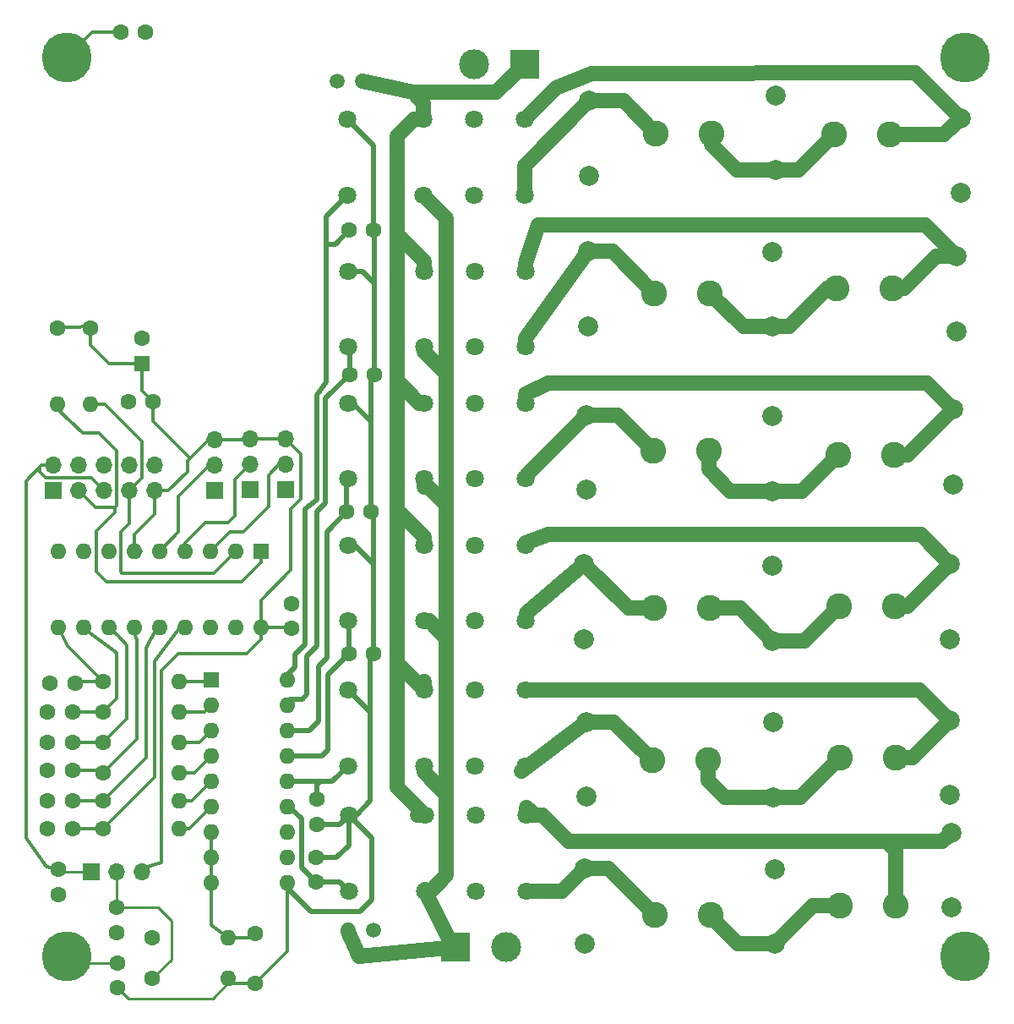
<source format=gbr>
G04 #@! TF.FileFunction,Copper,L2,Bot,Signal*
%FSLAX46Y46*%
G04 Gerber Fmt 4.6, Leading zero omitted, Abs format (unit mm)*
G04 Created by KiCad (PCBNEW 4.0.7) date 07/02/19 23:07:16*
%MOMM*%
%LPD*%
G01*
G04 APERTURE LIST*
%ADD10C,0.100000*%
%ADD11C,2.600000*%
%ADD12C,1.500000*%
%ADD13R,3.000000X3.000000*%
%ADD14C,3.000000*%
%ADD15C,5.000000*%
%ADD16C,2.000000*%
%ADD17C,1.800000*%
%ADD18R,1.600000X1.600000*%
%ADD19O,1.600000X1.600000*%
%ADD20C,1.600000*%
%ADD21R,1.700000X1.700000*%
%ADD22O,1.700000X1.700000*%
%ADD23C,1.500000*%
%ADD24C,0.350000*%
%ADD25C,0.500000*%
%ADD26C,0.250000*%
G04 APERTURE END LIST*
D10*
D11*
X122148600Y-68122800D03*
X127748600Y-68122800D03*
X103670100Y-115366800D03*
X109270100Y-115366800D03*
D12*
X74587100Y-47317700D03*
X72047100Y-47317700D03*
D13*
X90906600Y-45643800D03*
D14*
X85826600Y-45643800D03*
D12*
X73190100Y-132323800D03*
X75730100Y-132323800D03*
D13*
X83921600Y-134035800D03*
D14*
X89001600Y-134035800D03*
D15*
X45000000Y-135000000D03*
X135000000Y-135000000D03*
X135000000Y-45000000D03*
X45000000Y-45000000D03*
D11*
X103860600Y-100126800D03*
X109460600Y-100126800D03*
X103936800Y-130860800D03*
X109536800Y-130860800D03*
X121894600Y-52692300D03*
X127494600Y-52692300D03*
X122250200Y-84734400D03*
X127850200Y-84734400D03*
X122377200Y-99923600D03*
X127977200Y-99923600D03*
X122453400Y-115062000D03*
X128053400Y-115062000D03*
X122428000Y-129921000D03*
X128028000Y-129921000D03*
D16*
X97320100Y-49326800D03*
X97320100Y-56826800D03*
X97193100Y-64376300D03*
X97193100Y-71876300D03*
X97066100Y-80759300D03*
X97066100Y-88259300D03*
X96812100Y-95681800D03*
X96812100Y-103181800D03*
X97066100Y-111493300D03*
X97066100Y-118993300D03*
X96875600Y-126161800D03*
X96875600Y-133661800D03*
X115989100Y-56248300D03*
X115989100Y-48748300D03*
X115671600Y-71932800D03*
X115671600Y-64432800D03*
X115671600Y-88379300D03*
X115671600Y-80879300D03*
X115671600Y-103365300D03*
X115671600Y-95865300D03*
X115735100Y-119049800D03*
X115735100Y-111549800D03*
X115951000Y-133731000D03*
X115951000Y-126231000D03*
X134531100Y-51041300D03*
X134531100Y-58541300D03*
X134162800Y-64897000D03*
X134162800Y-72397000D03*
X133807200Y-80187800D03*
X133807200Y-87687800D03*
X133502400Y-95681800D03*
X133502400Y-103181800D03*
X133477000Y-111328200D03*
X133477000Y-118828200D03*
X133616700Y-122593100D03*
X133616700Y-130093100D03*
D11*
X103987600Y-52565300D03*
X109587600Y-52565300D03*
X103860600Y-68567300D03*
X109460600Y-68567300D03*
X103733600Y-84315300D03*
X109333600Y-84315300D03*
D17*
X80716100Y-51140200D03*
X90876100Y-51140200D03*
X85796100Y-51140200D03*
X85796100Y-58740200D03*
X80716100Y-58740200D03*
X90876100Y-58740200D03*
X73096100Y-51140200D03*
X73096100Y-58740200D03*
X80779600Y-66354800D03*
X90939600Y-66354800D03*
X85859600Y-66354800D03*
X85859600Y-73954800D03*
X80779600Y-73954800D03*
X90939600Y-73954800D03*
X73159600Y-66354800D03*
X73159600Y-73954800D03*
X80779600Y-79562800D03*
X90939600Y-79562800D03*
X85859600Y-79562800D03*
X85859600Y-87162800D03*
X80779600Y-87162800D03*
X90939600Y-87162800D03*
X73159600Y-79562800D03*
X73159600Y-87162800D03*
X80779600Y-93786800D03*
X90939600Y-93786800D03*
X85859600Y-93786800D03*
X85859600Y-101386800D03*
X80779600Y-101386800D03*
X90939600Y-101386800D03*
X73159600Y-93786800D03*
X73159600Y-101386800D03*
X80789760Y-108295280D03*
X90949760Y-108295280D03*
X85869760Y-108295280D03*
X85869760Y-115895280D03*
X80789760Y-115895280D03*
X90949760Y-115895280D03*
X73169760Y-108295280D03*
X73169760Y-115895280D03*
X80845640Y-120812400D03*
X91005640Y-120812400D03*
X85925640Y-120812400D03*
X85925640Y-128412400D03*
X80845640Y-128412400D03*
X91005640Y-128412400D03*
X73225640Y-120812400D03*
X73225640Y-128412400D03*
D18*
X59474100Y-107302300D03*
D19*
X67094100Y-127622300D03*
X59474100Y-109842300D03*
X67094100Y-125082300D03*
X59474100Y-112382300D03*
X67094100Y-122542300D03*
X59474100Y-114922300D03*
X67094100Y-120002300D03*
X59474100Y-117462300D03*
X67094100Y-117462300D03*
X59474100Y-120002300D03*
X67094100Y-114922300D03*
X59474100Y-122542300D03*
X67094100Y-112382300D03*
X59474100Y-125082300D03*
X67094100Y-109842300D03*
X59474100Y-127622300D03*
X67094100Y-107302300D03*
D20*
X73253600Y-62280800D03*
X75753600Y-62280800D03*
X73317100Y-76695300D03*
X75817100Y-76695300D03*
X70078600Y-119240300D03*
X70078600Y-121740300D03*
X69951600Y-127558800D03*
X69951600Y-125058800D03*
X72999600Y-90474800D03*
X75499600Y-90474800D03*
X73253600Y-104698800D03*
X75753600Y-104698800D03*
X51155600Y-79425800D03*
X53655600Y-79425800D03*
X67513200Y-99631500D03*
X67513200Y-102131500D03*
X45821600Y-107619800D03*
X43321600Y-107619800D03*
X50393600Y-42468800D03*
X52893600Y-42468800D03*
X44170600Y-128765300D03*
X44170600Y-126265300D03*
X45567600Y-110540800D03*
X43067600Y-110540800D03*
X45567600Y-113588800D03*
X43067600Y-113588800D03*
X45567600Y-116382800D03*
X43067600Y-116382800D03*
X45567600Y-119430800D03*
X43067600Y-119430800D03*
X45567600Y-122224800D03*
X43067600Y-122224800D03*
X63855600Y-137718800D03*
X63855600Y-132718800D03*
X50012600Y-132575300D03*
X50012600Y-130075300D03*
D21*
X43662600Y-88315800D03*
D22*
X43662600Y-85775800D03*
X46202600Y-88315800D03*
X46202600Y-85775800D03*
X48742600Y-88315800D03*
X48742600Y-85775800D03*
X51282600Y-88315800D03*
X51282600Y-85775800D03*
X53822600Y-88315800D03*
X53822600Y-85775800D03*
D21*
X47409100Y-126479300D03*
D22*
X49949100Y-126479300D03*
X52489100Y-126479300D03*
D21*
X59766200Y-88290400D03*
D22*
X59766200Y-85750400D03*
X59766200Y-83210400D03*
D21*
X63367920Y-88234520D03*
D22*
X63367920Y-85694520D03*
X63367920Y-83154520D03*
D21*
X66918840Y-88265000D03*
D22*
X66918840Y-85725000D03*
X66918840Y-83185000D03*
D20*
X48615600Y-107492800D03*
D19*
X56235600Y-107492800D03*
D20*
X48615600Y-110540800D03*
D19*
X56235600Y-110540800D03*
D20*
X48615600Y-113588800D03*
D19*
X56235600Y-113588800D03*
D20*
X48615600Y-116636800D03*
D19*
X56235600Y-116636800D03*
D20*
X48615600Y-119430800D03*
D19*
X56235600Y-119430800D03*
D20*
X48615600Y-122224800D03*
D19*
X56235600Y-122224800D03*
D20*
X53505100Y-133146800D03*
D19*
X61125100Y-133146800D03*
D20*
X53568600Y-137210800D03*
D19*
X61188600Y-137210800D03*
D20*
X44043600Y-72059800D03*
D19*
X44043600Y-79679800D03*
D20*
X47386240Y-72085200D03*
D19*
X47386240Y-79705200D03*
D18*
X64427100Y-94411800D03*
D19*
X44107100Y-102031800D03*
X61887100Y-94411800D03*
X46647100Y-102031800D03*
X59347100Y-94411800D03*
X49187100Y-102031800D03*
X56807100Y-94411800D03*
X51727100Y-102031800D03*
X54267100Y-94411800D03*
X54267100Y-102031800D03*
X51727100Y-94411800D03*
X56807100Y-102031800D03*
X49187100Y-94411800D03*
X59347100Y-102031800D03*
X46647100Y-94411800D03*
X61887100Y-102031800D03*
X44107100Y-94411800D03*
X64427100Y-102031800D03*
D20*
X50076100Y-135623300D03*
X50076100Y-138123300D03*
D18*
X52552600Y-75615800D03*
D20*
X52552600Y-73115800D03*
D23*
X90876100Y-58740200D02*
X90876100Y-55770800D01*
X90876100Y-55770800D02*
X97320100Y-49326800D01*
X97320100Y-49326800D02*
X100749100Y-49326800D01*
X100749100Y-49326800D02*
X103987600Y-52565300D01*
X90939600Y-73954800D02*
X90939600Y-73068200D01*
X90939600Y-73068200D02*
X97193100Y-64376300D01*
X97193100Y-64376300D02*
X99669600Y-64376300D01*
X99669600Y-64376300D02*
X103860600Y-68567300D01*
D24*
X67284600Y-99451800D02*
X67007100Y-99451800D01*
X63446660Y-88181180D02*
X63510160Y-88117680D01*
X67022980Y-87972900D02*
X67086480Y-88036400D01*
D23*
X90949760Y-115895280D02*
X90497640Y-116441240D01*
X90497640Y-116441240D02*
X97066100Y-111493300D01*
X97066100Y-111493300D02*
X99796600Y-111493300D01*
X99796600Y-111493300D02*
X103670100Y-115366800D01*
X91005640Y-128412400D02*
X94625000Y-128412400D01*
X94625000Y-128412400D02*
X96875600Y-126161800D01*
X96875600Y-126161800D02*
X99237800Y-126161800D01*
X99237800Y-126161800D02*
X103936800Y-130860800D01*
X109333600Y-84315300D02*
X109333600Y-86245000D01*
X111467900Y-88379300D02*
X115671600Y-88379300D01*
X109333600Y-86245000D02*
X111467900Y-88379300D01*
X115671600Y-88379300D02*
X118605300Y-88379300D01*
X118605300Y-88379300D02*
X122250200Y-84734400D01*
X109460600Y-100126800D02*
X112433100Y-100126800D01*
X112433100Y-100126800D02*
X115671600Y-103365300D01*
X115671600Y-103365300D02*
X118935500Y-103365300D01*
X118935500Y-103365300D02*
X122377200Y-99923600D01*
X109270100Y-115366800D02*
X109270100Y-117347300D01*
X110972600Y-119049800D02*
X115735100Y-119049800D01*
X109270100Y-117347300D02*
X110972600Y-119049800D01*
X115735100Y-119049800D02*
X118465600Y-119049800D01*
X118465600Y-119049800D02*
X122453400Y-115062000D01*
X109536800Y-130860800D02*
X109536800Y-131025200D01*
X109536800Y-131025200D02*
X112242600Y-133731000D01*
X112242600Y-133731000D02*
X115951000Y-133731000D01*
X122428000Y-129921000D02*
X119761000Y-129921000D01*
X119761000Y-129921000D02*
X115951000Y-133731000D01*
X83032600Y-76657200D02*
X83032600Y-61056700D01*
X83032600Y-61056700D02*
X80716100Y-58740200D01*
X80845640Y-128412400D02*
X83449140Y-133563340D01*
X83449140Y-133563340D02*
X83921600Y-134035800D01*
X73190100Y-132323800D02*
X73190100Y-132511800D01*
X73190100Y-132511800D02*
X74264520Y-134950200D01*
X74264520Y-134950200D02*
X83921600Y-134035800D01*
X80789760Y-115895280D02*
X80789760Y-116552960D01*
X80789760Y-116552960D02*
X83032600Y-118795800D01*
X80779600Y-101386800D02*
X81308100Y-101386800D01*
X81308100Y-101386800D02*
X83032600Y-103111300D01*
X80779600Y-87162800D02*
X80779600Y-87523300D01*
X80779600Y-87523300D02*
X83032600Y-89776300D01*
X80845640Y-128412400D02*
X81480500Y-128412400D01*
X81480500Y-128412400D02*
X83032600Y-126860300D01*
X83032600Y-76657200D02*
X80779600Y-74404200D01*
X83032600Y-126860300D02*
X83032600Y-118795800D01*
X83032600Y-118795800D02*
X83032600Y-103111300D01*
X83032600Y-103111300D02*
X83032600Y-89776300D01*
X83032600Y-89776300D02*
X83032600Y-76657200D01*
X80779600Y-74404200D02*
X80779600Y-73954800D01*
X80789760Y-115895280D02*
X80911540Y-115895280D01*
X80845640Y-128412400D02*
X80904240Y-128260000D01*
X80789760Y-115895280D02*
X80789760Y-116446280D01*
X80779600Y-101386800D02*
X81295400Y-101386800D01*
X80779600Y-87162800D02*
X80779600Y-87942400D01*
D25*
X70967600Y-63652400D02*
X70967600Y-60868700D01*
X70967600Y-60868700D02*
X73096100Y-58740200D01*
X70967600Y-63652400D02*
X71882000Y-63652400D01*
X70967600Y-77520800D02*
X70967600Y-63652400D01*
X70015100Y-78727300D02*
X70967600Y-77520800D01*
X70015100Y-89268300D02*
X70015100Y-78727300D01*
X68872100Y-90157300D02*
X70015100Y-89268300D01*
X68872100Y-103746300D02*
X68872100Y-90157300D01*
X67856100Y-104762300D02*
X68872100Y-103746300D01*
X67856100Y-106032300D02*
X67856100Y-104762300D01*
X67094100Y-106794300D02*
X67856100Y-106032300D01*
X71882000Y-63652400D02*
X73253600Y-62280800D01*
X67094100Y-107302300D02*
X67094100Y-106794300D01*
X73317100Y-76695300D02*
X73317100Y-74112300D01*
X67360800Y-109220000D02*
X68567300Y-109220000D01*
X68567300Y-109220000D02*
X69062600Y-108724700D01*
X69062600Y-108724700D02*
X69062600Y-104889300D01*
X69062600Y-104889300D02*
X70078600Y-103873300D01*
X70078600Y-103873300D02*
X70078600Y-90411300D01*
X70078600Y-90411300D02*
X70904100Y-89585800D01*
X70904100Y-89585800D02*
X70904100Y-79108300D01*
X70904100Y-79108300D02*
X73317100Y-76695300D01*
X73317100Y-74112300D02*
X73159600Y-73954800D01*
X70396100Y-117462300D02*
X71602740Y-117462300D01*
X71602740Y-117462300D02*
X73169760Y-115895280D01*
X70078600Y-119240300D02*
X70078600Y-117779800D01*
X67094100Y-117462300D02*
X70396100Y-117462300D01*
X70078600Y-117779800D02*
X70396100Y-117462300D01*
X69951600Y-127558800D02*
X72372040Y-127558800D01*
X72372040Y-127558800D02*
X73225640Y-128412400D01*
X67284600Y-120002300D02*
X68491100Y-121208800D01*
X68491100Y-126098300D02*
X69951600Y-127558800D01*
X68491100Y-121208800D02*
X68491100Y-126098300D01*
X67094100Y-120002300D02*
X67284600Y-120002300D01*
X67094100Y-112382300D02*
X69253100Y-112382300D01*
X69253100Y-112382300D02*
X70205600Y-111429800D01*
X70205600Y-111429800D02*
X70205600Y-105905300D01*
X70205600Y-105905300D02*
X71031100Y-105079800D01*
X71031100Y-105079800D02*
X71031100Y-92443300D01*
X71031100Y-92443300D02*
X72999600Y-90474800D01*
X72999600Y-90474800D02*
X72999600Y-87322800D01*
X72999600Y-87322800D02*
X73159600Y-87162800D01*
X67094100Y-114922300D02*
X70523100Y-114922300D01*
X70523100Y-114922300D02*
X71158100Y-114287300D01*
X71158100Y-114287300D02*
X71158100Y-106794300D01*
X71158100Y-106794300D02*
X73253600Y-104698800D01*
X73253600Y-104698800D02*
X73253600Y-101480800D01*
X73253600Y-101480800D02*
X73159600Y-101386800D01*
D23*
X97066100Y-80759300D02*
X100177600Y-80759300D01*
X100177600Y-80759300D02*
X103733600Y-84315300D01*
X90939600Y-87162800D02*
X91117400Y-86708000D01*
X91117400Y-86708000D02*
X97066100Y-80759300D01*
X91033600Y-100634800D02*
X96812100Y-95681800D01*
X103860600Y-100126800D02*
X101257100Y-100126800D01*
X101257100Y-100126800D02*
X96812100Y-95681800D01*
X109587600Y-52565300D02*
X109587600Y-53707600D01*
X109587600Y-53707600D02*
X112128300Y-56248300D01*
X112128300Y-56248300D02*
X115989100Y-56248300D01*
X115989100Y-56248300D02*
X118338600Y-56248300D01*
X118338600Y-56248300D02*
X121894600Y-52692300D01*
X115671600Y-71932800D02*
X117373400Y-71932800D01*
X117373400Y-71932800D02*
X121183400Y-68122800D01*
X121183400Y-68122800D02*
X122148600Y-68122800D01*
X109460600Y-68567300D02*
X109460600Y-68617400D01*
X109460600Y-68617400D02*
X112776000Y-71932800D01*
X112776000Y-71932800D02*
X115671600Y-71932800D01*
X127494600Y-52692300D02*
X132880100Y-52692300D01*
X132880100Y-52692300D02*
X134531100Y-51041300D01*
X90876100Y-51140200D02*
X93990160Y-48028860D01*
X129971800Y-46482000D02*
X134531100Y-51041300D01*
X97566480Y-46548040D02*
X129971800Y-46482000D01*
X93990160Y-48028860D02*
X97566480Y-46548040D01*
X90939600Y-66354800D02*
X90939600Y-65524400D01*
X90939600Y-65524400D02*
X92252800Y-61772800D01*
X92252800Y-61772800D02*
X131038600Y-61772800D01*
X131038600Y-61772800D02*
X134162800Y-64897000D01*
X127748600Y-68122800D02*
X128905000Y-68122800D01*
X128905000Y-68122800D02*
X132130800Y-64897000D01*
X132130800Y-64897000D02*
X134162800Y-64897000D01*
X127850200Y-84734400D02*
X129260600Y-84734400D01*
X129260600Y-84734400D02*
X133807200Y-80187800D01*
X90939600Y-79562800D02*
X90939600Y-78707000D01*
X90939600Y-78707000D02*
X93243400Y-77597000D01*
X93243400Y-77597000D02*
X131216400Y-77597000D01*
X131216400Y-77597000D02*
X133807200Y-80187800D01*
X127977200Y-99923600D02*
X129260600Y-99923600D01*
X129260600Y-99923600D02*
X133502400Y-95681800D01*
X90939600Y-93786800D02*
X90939600Y-93566000D01*
X90939600Y-93566000D02*
X93268800Y-92735400D01*
X93268800Y-92735400D02*
X130556000Y-92735400D01*
X130556000Y-92735400D02*
X133502400Y-95681800D01*
X90949760Y-108295280D02*
X130444080Y-108295280D01*
X130444080Y-108295280D02*
X133477000Y-111328200D01*
X128053400Y-115062000D02*
X129743200Y-115062000D01*
X129743200Y-115062000D02*
X133477000Y-111328200D01*
X128028000Y-129921000D02*
X128028000Y-124383100D01*
X128028000Y-124383100D02*
X127127000Y-123482100D01*
X91005640Y-120812400D02*
X92631100Y-120812400D01*
X132727700Y-123482100D02*
X133616700Y-122593100D01*
X95300800Y-123482100D02*
X127127000Y-123482100D01*
X127127000Y-123482100D02*
X132727700Y-123482100D01*
X92631100Y-120812400D02*
X95300800Y-123482100D01*
X91005640Y-120812400D02*
X91005640Y-120058200D01*
X91005640Y-120058200D02*
X91516200Y-120533160D01*
D24*
X50393600Y-42468800D02*
X47531200Y-42468800D01*
X47531200Y-42468800D02*
X45000000Y-45000000D01*
D23*
X80716100Y-51140200D02*
X80716100Y-49512200D01*
X80716100Y-49512200D02*
X79677300Y-48473400D01*
X74587100Y-47317700D02*
X79677300Y-48473400D01*
X79677300Y-48473400D02*
X87957620Y-48473400D01*
X87957620Y-48473400D02*
X90906600Y-45643800D01*
X80779600Y-66354800D02*
X80779600Y-65361800D01*
X80779600Y-65361800D02*
X78079600Y-62661800D01*
X80779600Y-79562800D02*
X80312100Y-79562800D01*
X80312100Y-79562800D02*
X78079600Y-77330300D01*
X80779600Y-93786800D02*
X80779600Y-92984300D01*
X80779600Y-92984300D02*
X78079600Y-90284300D01*
X78079600Y-105905300D02*
X78399780Y-105905300D01*
X78399780Y-105905300D02*
X80789760Y-108295280D01*
X80716100Y-51140200D02*
X79758700Y-51140200D01*
X79758700Y-51140200D02*
X78079600Y-52819300D01*
X78079600Y-52819300D02*
X78079600Y-62661800D01*
X78079600Y-118046360D02*
X80845640Y-120812400D01*
X78079600Y-62661800D02*
X78079600Y-77330300D01*
X78079600Y-77330300D02*
X78079600Y-90284300D01*
X78079600Y-90284300D02*
X78079600Y-105905300D01*
X78079600Y-105905300D02*
X78079600Y-118046360D01*
X80845640Y-120812400D02*
X80124140Y-120812400D01*
X80779600Y-66354800D02*
X80779600Y-66225400D01*
X80779600Y-79562800D02*
X80578800Y-79562800D01*
X80789760Y-108295280D02*
X80789760Y-107454680D01*
D24*
X48615600Y-107492800D02*
X45948600Y-107492800D01*
X45948600Y-107492800D02*
X45821600Y-107619800D01*
X44107100Y-102031800D02*
X45059600Y-103936800D01*
X45059600Y-103936800D02*
X48615600Y-107492800D01*
X53655600Y-79425800D02*
X53655600Y-81417800D01*
X53655600Y-81417800D02*
X57337960Y-85100160D01*
X52552600Y-75615800D02*
X52552600Y-78322800D01*
X52552600Y-78322800D02*
X53655600Y-79425800D01*
X47386240Y-72085200D02*
X47386240Y-73751440D01*
X49250600Y-75615800D02*
X52552600Y-75615800D01*
X47386240Y-73751440D02*
X49250600Y-75615800D01*
X44043600Y-72059800D02*
X47218600Y-71917560D01*
X47218600Y-71917560D02*
X47386240Y-72085200D01*
X64427100Y-102031800D02*
X64427100Y-99301300D01*
X68427600Y-84693760D02*
X66918840Y-83185000D01*
X68427600Y-89204800D02*
X68427600Y-84693760D01*
X67411600Y-90220800D02*
X68427600Y-89204800D01*
X67411600Y-96316800D02*
X67411600Y-90220800D01*
X64427100Y-99301300D02*
X67411600Y-96316800D01*
X63347600Y-83134200D02*
X63367920Y-83154520D01*
X63367920Y-83154520D02*
X66888360Y-83154520D01*
X66888360Y-83154520D02*
X66918840Y-83185000D01*
X59766200Y-83210400D02*
X63312040Y-83210400D01*
X63312040Y-83210400D02*
X63367920Y-83154520D01*
X53822600Y-88315800D02*
X55158640Y-88315800D01*
X55158640Y-88315800D02*
X57053480Y-86420960D01*
X57053480Y-86420960D02*
X57053480Y-85384640D01*
X57053480Y-85384640D02*
X57337960Y-85100160D01*
X57337960Y-85100160D02*
X59227720Y-83210400D01*
X59227720Y-83210400D02*
X59766200Y-83210400D01*
X51727100Y-94411800D02*
X51727100Y-92753180D01*
X53822600Y-90657680D02*
X53822600Y-88315800D01*
X51727100Y-92753180D02*
X53822600Y-90657680D01*
X64427100Y-102031800D02*
X67413500Y-102031800D01*
X67413500Y-102031800D02*
X67513200Y-102131500D01*
X51727100Y-94411800D02*
X52476400Y-94411800D01*
X64427100Y-102031800D02*
X64427100Y-103263700D01*
X54508400Y-125577600D02*
X52489100Y-126161800D01*
X54508400Y-106324400D02*
X54508400Y-125577600D01*
X56184800Y-104648000D02*
X54508400Y-106324400D01*
X63042800Y-104648000D02*
X56184800Y-104648000D01*
X64427100Y-103263700D02*
X63042800Y-104648000D01*
D26*
X47409100Y-126479300D02*
X44384600Y-126479300D01*
X44384600Y-126479300D02*
X44170600Y-126265300D01*
D24*
X42275760Y-85973920D02*
X42275760Y-86436200D01*
X47447200Y-87020400D02*
X48742600Y-88315800D01*
X42859960Y-87020400D02*
X47447200Y-87020400D01*
X42275760Y-86436200D02*
X42859960Y-87020400D01*
X43662600Y-85775800D02*
X42473880Y-85775800D01*
X42473880Y-85775800D02*
X42275760Y-85973920D01*
X42275760Y-85973920D02*
X40894000Y-87355680D01*
X48742600Y-88315800D02*
X48712120Y-88315800D01*
X42964100Y-125971300D02*
X44170600Y-126265300D01*
X41948100Y-124574300D02*
X42964100Y-125971300D01*
X40894000Y-123088400D02*
X41948100Y-124574300D01*
X40894000Y-87355680D02*
X40894000Y-123088400D01*
X47093500Y-125846200D02*
X47409100Y-126161800D01*
X43662600Y-85775800D02*
X43662600Y-85966300D01*
X48615600Y-110540800D02*
X45567600Y-110540800D01*
X46647100Y-102031800D02*
X46647100Y-102158800D01*
X46647100Y-102158800D02*
X50012600Y-104571800D01*
X50012600Y-104571800D02*
X50012600Y-109143800D01*
X50012600Y-109143800D02*
X48615600Y-110540800D01*
X48615600Y-113588800D02*
X45567600Y-113588800D01*
X49187100Y-102031800D02*
X50139600Y-102920800D01*
X51028600Y-111175800D02*
X48615600Y-113588800D01*
X51028600Y-103809800D02*
X51028600Y-111175800D01*
X50139600Y-102920800D02*
X51028600Y-103809800D01*
D26*
X61188600Y-137210800D02*
X61188600Y-137591800D01*
X61188600Y-137591800D02*
X59601100Y-139179300D01*
X51132100Y-139179300D02*
X50076100Y-138123300D01*
X59601100Y-139179300D02*
X51132100Y-139179300D01*
D24*
X67094100Y-127622300D02*
X67094100Y-134480300D01*
X67094100Y-134480300D02*
X63855600Y-137718800D01*
X63855600Y-137718800D02*
X61696600Y-137718800D01*
X61696600Y-137718800D02*
X61188600Y-137210800D01*
D25*
X75753600Y-62280800D02*
X75753600Y-53797700D01*
X75753600Y-53797700D02*
X73096100Y-51140200D01*
X75817100Y-67574800D02*
X75817100Y-62344300D01*
X73159600Y-66354800D02*
X74597100Y-66354800D01*
X75817100Y-76695300D02*
X75817100Y-67574800D01*
X74597100Y-66354800D02*
X75817100Y-67574800D01*
X75499600Y-81417800D02*
X75499600Y-77012800D01*
X73644600Y-79562800D02*
X75499600Y-81417800D01*
X75499600Y-90474800D02*
X75499600Y-81417800D01*
X75753600Y-95705300D02*
X75753600Y-90728800D01*
X73835100Y-93786800D02*
X75753600Y-95705300D01*
X75753600Y-104698800D02*
X75753600Y-95705300D01*
X74031000Y-120812400D02*
X75412600Y-119430800D01*
X75412600Y-119430800D02*
X75412600Y-110538120D01*
X75412600Y-110538120D02*
X75350440Y-110475960D01*
X75350440Y-110475960D02*
X75350440Y-105101960D01*
X75350440Y-110475960D02*
X73169760Y-108295280D01*
X75539600Y-123126360D02*
X73225640Y-120812400D01*
X75539600Y-129273300D02*
X75539600Y-123126360D01*
X69951600Y-125058800D02*
X72007100Y-125058800D01*
X72007100Y-125058800D02*
X73225640Y-123840260D01*
X73225640Y-123840260D02*
X73225640Y-120812400D01*
X70078600Y-121740300D02*
X72297740Y-121740300D01*
X72297740Y-121740300D02*
X73225640Y-120812400D01*
X67094100Y-127622300D02*
X67094100Y-128130300D01*
X67094100Y-128130300D02*
X69443600Y-130479800D01*
X75817100Y-62344300D02*
X75753600Y-62280800D01*
X73159600Y-79562800D02*
X73644600Y-79562800D01*
X75499600Y-77012800D02*
X75817100Y-76695300D01*
X73159600Y-93786800D02*
X73835100Y-93786800D01*
X75753600Y-90728800D02*
X75499600Y-90474800D01*
X75350440Y-105101960D02*
X75753600Y-104698800D01*
X73225640Y-120812400D02*
X74031000Y-120812400D01*
X73159600Y-66354800D02*
X73967500Y-66354800D01*
X73159600Y-79562800D02*
X73159600Y-79037200D01*
X73159600Y-93786800D02*
X73159600Y-93769200D01*
X73169760Y-108295280D02*
X73169760Y-107706180D01*
X73096100Y-51140200D02*
X73096100Y-51722000D01*
X73322340Y-120660000D02*
X73225640Y-120812400D01*
X69443600Y-130479800D02*
X74333100Y-130479800D01*
X74333100Y-130479800D02*
X75539600Y-129273300D01*
D24*
X45567600Y-116382800D02*
X48361600Y-116382800D01*
X48361600Y-116382800D02*
X48615600Y-116636800D01*
X51727100Y-102031800D02*
X51727100Y-102666800D01*
X51727100Y-102666800D02*
X52044600Y-103301800D01*
X52044600Y-103301800D02*
X52044600Y-113207800D01*
X52044600Y-113207800D02*
X48615600Y-116636800D01*
X45567600Y-119430800D02*
X48615600Y-119430800D01*
X54267100Y-102031800D02*
X54013100Y-102031800D01*
X54013100Y-102031800D02*
X52933600Y-104063800D01*
X52933600Y-104063800D02*
X52933600Y-115112800D01*
X52933600Y-115112800D02*
X48615600Y-119430800D01*
X45567600Y-122224800D02*
X48615600Y-122224800D01*
X56807100Y-102031800D02*
X56299100Y-102031800D01*
X56299100Y-102031800D02*
X53822600Y-105460800D01*
X53822600Y-105460800D02*
X53822600Y-117017800D01*
X53822600Y-117017800D02*
X48615600Y-122224800D01*
X61125100Y-133146800D02*
X63427600Y-133146800D01*
X63427600Y-133146800D02*
X63855600Y-132718800D01*
X59474100Y-127622300D02*
X59474100Y-131813300D01*
X59474100Y-131813300D02*
X61125100Y-133146800D01*
X59474100Y-125082300D02*
X59474100Y-127622300D01*
X59474100Y-122542300D02*
X59474100Y-125082300D01*
D26*
X50012600Y-130075300D02*
X54116600Y-130075300D01*
X55473600Y-135305800D02*
X53568600Y-137210800D01*
X55473600Y-131432300D02*
X55473600Y-135305800D01*
X54116600Y-130075300D02*
X55473600Y-131432300D01*
X49949100Y-126479300D02*
X49949100Y-130011800D01*
X49949100Y-130011800D02*
X50012600Y-130075300D01*
D23*
X133426200Y-129921000D02*
X133629400Y-130124200D01*
X133629400Y-129895600D02*
X133629400Y-130124200D01*
D25*
X134793900Y-45000000D02*
X135000000Y-45000000D01*
D24*
X49799240Y-89992200D02*
X49799240Y-90545920D01*
X64427100Y-95476060D02*
X64427100Y-94411800D01*
X62473840Y-97429320D02*
X64427100Y-95476060D01*
X48925480Y-97429320D02*
X62473840Y-97429320D01*
X47919640Y-96423480D02*
X48925480Y-97429320D01*
X47919640Y-92425520D02*
X47919640Y-96423480D01*
X49799240Y-90545920D02*
X47919640Y-92425520D01*
X44043600Y-79679800D02*
X44043600Y-80182720D01*
X44043600Y-80182720D02*
X46593760Y-82600800D01*
X46593760Y-82600800D02*
X48234600Y-82600800D01*
X48234600Y-82600800D02*
X49987200Y-84353400D01*
X49987200Y-84353400D02*
X49987200Y-89804240D01*
X49987200Y-89804240D02*
X49799240Y-89992200D01*
X49799240Y-89992200D02*
X47879000Y-89992200D01*
X47879000Y-89992200D02*
X46202600Y-88315800D01*
X51282600Y-88315800D02*
X51282600Y-88972482D01*
X51282600Y-88972482D02*
X51272440Y-88982642D01*
X51272440Y-88982642D02*
X51272440Y-91643200D01*
X51272440Y-91643200D02*
X50403760Y-92511880D01*
X50403760Y-92511880D02*
X50403760Y-96479360D01*
X50403760Y-96479360D02*
X50515520Y-96591120D01*
X50515520Y-96591120D02*
X59707780Y-96591120D01*
X59707780Y-96591120D02*
X61887100Y-94411800D01*
X47386240Y-79705200D02*
X48803560Y-79705200D01*
X52527200Y-87071200D02*
X51282600Y-88315800D01*
X52527200Y-83428840D02*
X52527200Y-87071200D01*
X48803560Y-79705200D02*
X52527200Y-83428840D01*
X51282600Y-88315800D02*
X51059080Y-88315800D01*
X59766200Y-85750400D02*
X59314080Y-85750400D01*
X59314080Y-85750400D02*
X56189880Y-88874600D01*
X56189880Y-88874600D02*
X56189880Y-92489020D01*
X56189880Y-92489020D02*
X54267100Y-94411800D01*
X56807100Y-94411800D02*
X56807100Y-93596460D01*
X61833760Y-87228680D02*
X63367920Y-85694520D01*
X61833760Y-90891360D02*
X61833760Y-87228680D01*
X61163200Y-91561920D02*
X61833760Y-90891360D01*
X58841640Y-91561920D02*
X61163200Y-91561920D01*
X56807100Y-93596460D02*
X58841640Y-91561920D01*
X66918840Y-85725000D02*
X66243200Y-85725000D01*
X66243200Y-85725000D02*
X65186560Y-86781640D01*
X65186560Y-86781640D02*
X65186560Y-89910920D01*
X65186560Y-89910920D02*
X62641480Y-92456000D01*
X62641480Y-92456000D02*
X61302900Y-92456000D01*
X61302900Y-92456000D02*
X59347100Y-94411800D01*
X56235600Y-107492800D02*
X59283600Y-107492800D01*
X59283600Y-107492800D02*
X59474100Y-107302300D01*
X56235600Y-110540800D02*
X58775600Y-110540800D01*
X58775600Y-110540800D02*
X59474100Y-109842300D01*
X56235600Y-113588800D02*
X58267600Y-113588800D01*
X58267600Y-113588800D02*
X59474100Y-112382300D01*
X56235600Y-116636800D02*
X57759600Y-116636800D01*
X57759600Y-116636800D02*
X59474100Y-114922300D01*
X56235600Y-119430800D02*
X57505600Y-119430800D01*
X57505600Y-119430800D02*
X59474100Y-117462300D01*
X56235600Y-122224800D02*
X57251600Y-122224800D01*
X57251600Y-122224800D02*
X59474100Y-120002300D01*
D26*
X50076100Y-135623300D02*
X45623300Y-135623300D01*
X45623300Y-135623300D02*
X45000000Y-135000000D01*
M02*

</source>
